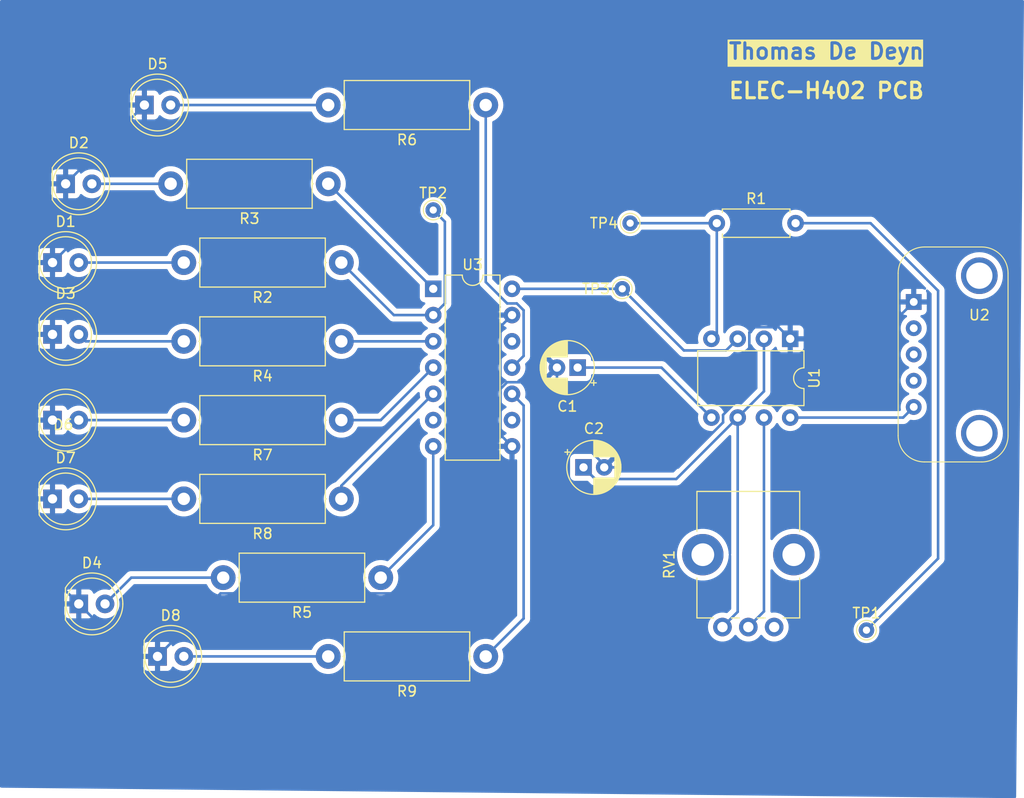
<source format=kicad_pcb>
(kicad_pcb (version 20221018) (generator pcbnew)
  (layers (0 "F.Cu" signal) (31 "B.Cu" signal) (34 "B.Paste" user) (35 "F.Paste" user) (36 "B.SilkS" user "B.Silkscreen") (37 "F.SilkS" user "F.Silkscreen") (38 "B.Mask" user) (39 "F.Mask" user) (44 "Edge.Cuts" user))
  (net 0 "")
  (net 1 "Net-(U1-CV)")
  (net 2 "GND")
  (net 3 "Net-(U1-THR)")
  (net 4 "Net-(D1-A)")
  (net 5 "Net-(D2-A)")
  (net 6 "Net-(D3-A)")
  (net 7 "Net-(D4-A)")
  (net 8 "Net-(D5-A)")
  (net 9 "Net-(D6-A)")
  (net 10 "Net-(D7-A)")
  (net 11 "Net-(D8-A)")
  (net 12 "Net-(U1-R)")
  (net 13 "Net-(R1-Pad2)")
  (net 14 "Net-(U3-0)")
  (net 15 "Net-(R3-Pad1)")
  (net 16 "Net-(U3-2)")
  (net 17 "Net-(U3-3)")
  (net 18 "Net-(U3-4)")
  (net 19 "Net-(U3-5)")
  (net 20 "Net-(U3-6)")
  (net 21 "Net-(U3-7)")
  (net 22 "Net-(U1-DIS)")
  (net 23 "Net-(U1-Q)")
  (net 24 "+5V")
  (footprint "LED_THT:LED_D5.0mm" (layer "F.Cu") (at 93.98 91.44)
    (fp_text reference "D6" (at 1.039936 0.44897) (layer "F.SilkS"))
    (fp_text value "LED")
    (pad "1" thru_hole rect (at 0 0) (size 1.8 1.8) (drill 0.9) (layers "*.Cu" "*.Mask") (net 2 "GND"))
    (pad "2" thru_hole circle (at 2.54 0) (size 1.8 1.8) (drill 0.9) (layers "*.Cu" "*.Mask") (net 9 "Net-(D6-A)"))
  )
  (footprint "Package_DIP:DIP-8_W7.62mm" (layer "F.Cu") (at 165.344 83.576 -90)
    (fp_text reference "U1" (at 3.81 -2.33 90) (layer "F.SilkS"))
    (fp_text value "NE555P")
    (pad "1" thru_hole rect (at 0 0 270) (size 1.6 1.6) (drill 0.8) (layers "*.Cu" "*.Mask") (net 2 "GND"))
    (pad "2" thru_hole oval (at 0 2.54 270) (size 1.6 1.6) (drill 0.8) (layers "*.Cu" "*.Mask") (net 3 "Net-(U1-THR)"))
    (pad "3" thru_hole oval (at 0 5.08 270) (size 1.6 1.6) (drill 0.8) (layers "*.Cu" "*.Mask") (net 23 "Net-(U1-Q)"))
    (pad "4" thru_hole oval (at 0 7.62 270) (size 1.6 1.6) (drill 0.8) (layers "*.Cu" "*.Mask") (net 12 "Net-(U1-R)"))
    (pad "5" thru_hole oval (at 7.62 7.62 270) (size 1.6 1.6) (drill 0.8) (layers "*.Cu" "*.Mask") (net 1 "Net-(U1-CV)"))
    (pad "6" thru_hole oval (at 7.62 5.08 270) (size 1.6 1.6) (drill 0.8) (layers "*.Cu" "*.Mask") (net 3 "Net-(U1-THR)"))
    (pad "7" thru_hole oval (at 7.62 2.54 270) (size 1.6 1.6) (drill 0.8) (layers "*.Cu" "*.Mask") (net 22 "Net-(U1-DIS)"))
    (pad "8" thru_hole oval (at 7.62 0 270) (size 1.6 1.6) (drill 0.8) (layers "*.Cu" "*.Mask") (net 24 "+5V"))
  )
  (footprint "Resistor_THT:R_Axial_DIN0414_L11.9mm_D4.5mm_P15.24mm_Horizontal" (layer "F.Cu") (at 120.65 68.58 180)
    (fp_text reference "R3" (at 7.62 -3.37) (layer "F.SilkS"))
    (fp_text value "100")
    (pad "1" thru_hole circle (at 0 0 180) (size 2.4 2.4) (drill 1.2) (layers "*.Cu" "*.Mask") (net 15 "Net-(R3-Pad1)"))
    (pad "2" thru_hole oval (at 15.24 0 180) (size 2.4 2.4) (drill 1.2) (layers "*.Cu" "*.Mask") (net 5 "Net-(D2-A)"))
  )
  (footprint "TestPoint:TestPoint_THTPad_D1.5mm_Drill0.7mm" (layer "F.Cu") (at 130.81 71.12)
    (fp_text reference "TP2" (at 0 -1.648) (layer "F.SilkS"))
    (fp_text value "TestPoint")
    (pad "1" thru_hole circle (at 0 0) (size 1.5 1.5) (drill 0.7) (layers "*.Cu" "*.Mask") (net 14 "Net-(U3-0)"))
  )
  (footprint "Capacitor_THT:CP_Radial_D5.0mm_P2.00mm" (layer "F.Cu") (at 145.348888 96.012)
    (fp_text reference "C2" (at 1 -3.75) (layer "F.SilkS"))
    (fp_text value "220nF")
    (pad "1" thru_hole rect (at 0 0) (size 1.6 1.6) (drill 0.8) (layers "*.Cu" "*.Mask") (net 3 "Net-(U1-THR)"))
    (pad "2" thru_hole circle (at 2 0) (size 1.6 1.6) (drill 0.8) (layers "*.Cu" "*.Mask") (net 2 "GND"))
  )
  (footprint "Resistor_THT:R_Axial_DIN0207_L6.3mm_D2.5mm_P7.62mm_Horizontal" (layer "F.Cu") (at 158.242 72.39)
    (fp_text reference "R1" (at 3.81 -2.37) (layer "F.SilkS"))
    (fp_text value "100k")
    (pad "1" thru_hole circle (at 0 0) (size 1.6 1.6) (drill 0.8) (layers "*.Cu" "*.Mask") (net 12 "Net-(U1-R)"))
    (pad "2" thru_hole oval (at 7.62 0) (size 1.6 1.6) (drill 0.8) (layers "*.Cu" "*.Mask") (net 13 "Net-(R1-Pad2)"))
  )
  (footprint "Resistor_THT:R_Axial_DIN0414_L11.9mm_D4.5mm_P15.24mm_Horizontal" (layer "F.Cu") (at 135.89 114.3 180)
    (fp_text reference "R9" (at 7.62 -3.37) (layer "F.SilkS"))
    (fp_text value "100")
    (pad "1" thru_hole circle (at 0 0 180) (size 2.4 2.4) (drill 1.2) (layers "*.Cu" "*.Mask") (net 21 "Net-(U3-7)"))
    (pad "2" thru_hole oval (at 15.24 0 180) (size 2.4 2.4) (drill 1.2) (layers "*.Cu" "*.Mask") (net 11 "Net-(D8-A)"))
  )
  (footprint "TestPoint:TestPoint_THTPad_D1.5mm_Drill0.7mm" (layer "F.Cu") (at 149.86 72.39)
    (fp_text reference "TP4" (at -2.54 0) (layer "F.SilkS"))
    (fp_text value "TestPoint")
    (pad "1" thru_hole circle (at 0 0) (size 1.5 1.5) (drill 0.7) (layers "*.Cu" "*.Mask") (net 12 "Net-(U1-R)"))
  )
  (footprint "Resistor_THT:R_Axial_DIN0414_L11.9mm_D4.5mm_P15.24mm_Horizontal" (layer "F.Cu") (at 125.73 106.68 180)
    (fp_text reference "R5" (at 7.62 -3.37) (layer "F.SilkS"))
    (fp_text value "100")
    (pad "1" thru_hole circle (at 0 0 180) (size 2.4 2.4) (drill 1.2) (layers "*.Cu" "*.Mask") (net 17 "Net-(U3-3)"))
    (pad "2" thru_hole oval (at 15.24 0 180) (size 2.4 2.4) (drill 1.2) (layers "*.Cu" "*.Mask") (net 7 "Net-(D4-A)"))
  )
  (footprint "Potentiometer_THT:Potentiometer_Bourns_PTV09A-1_Single_Vertical" (layer "F.Cu") (at 163.79 111.46 90)
    (fp_text reference "RV1" (at 6.05 -10.15 90) (layer "F.SilkS"))
    (fp_text value "100k")
    (pad "" np_thru_hole circle (at 7 -6.9 90) (size 4 4) (drill 2.2) (layers "F&B.Cu" "*.Mask"))
    (pad "" np_thru_hole circle (at 7 1.9 90) (size 4 4) (drill 2.2) (layers "F&B.Cu" "*.Mask"))
    (pad "1" thru_hole circle (at 0 0 90) (size 1.8 1.8) (drill 1) (layers "*.Cu" "*.Mask") (net 13 "Net-(R1-Pad2)"))
    (pad "2" thru_hole circle (at 0 -2.5 90) (size 1.8 1.8) (drill 1) (layers "*.Cu" "*.Mask") (net 22 "Net-(U1-DIS)"))
    (pad "3" thru_hole circle (at 0 -5 90) (size 1.8 1.8) (drill 1) (layers "*.Cu" "*.Mask") (net 3 "Net-(U1-THR)"))
  )
  (footprint "USB_breakout:micro-b_adafruit" (layer "F.Cu") (at 183.642 77.47)
    (fp_text reference "U2" (at 0 3.81 unlocked) (layer "F.SilkS"))
    (fp_text value "micro-b")
    (pad "" np_thru_hole circle (at 0 0) (size 3.54 3.54) (drill 2.54) (layers "F&B.Cu" "*.Mask"))
    (pad "" np_thru_hole circle (at 0 15.24) (size 3.54 3.54) (drill 2.54) (layers "F&B.Cu" "*.Mask"))
    (pad "1" thru_hole rect (at -6.35 2.54) (size 1.524 1.524) (drill 0.762) (layers "*.Cu" "*.Mask") (net 2 "GND"))
    (pad "2" thru_hole circle (at -6.35 5.08) (size 1.524 1.524) (drill 0.762) (layers "*.Cu" "*.Mask"))
    (pad "3" thru_hole circle (at -6.35 7.62) (size 1.524 1.524) (drill 0.762) (layers "*.Cu" "*.Mask"))
    (pad "4" thru_hole circle (at -6.35 10.16) (size 1.524 1.524) (drill 0.762) (layers "*.Cu" "*.Mask"))
    (pad "5" thru_hole circle (at -6.35 12.7) (size 1.524 1.524) (drill 0.762) (layers "*.Cu" "*.Mask") (net 24 "+5V"))
  )
  (footprint "Resistor_THT:R_Axial_DIN0414_L11.9mm_D4.5mm_P15.24mm_Horizontal" (layer "F.Cu") (at 121.92 83.82 180)
    (fp_text reference "R4" (at 7.62 -3.37) (layer "F.SilkS"))
    (fp_text value "100")
    (pad "1" thru_hole circle (at 0 0 180) (size 2.4 2.4) (drill 1.2) (layers "*.Cu" "*.Mask") (net 16 "Net-(U3-2)"))
    (pad "2" thru_hole oval (at 15.24 0 180) (size 2.4 2.4) (drill 1.2) (layers "*.Cu" "*.Mask") (net 6 "Net-(D3-A)"))
  )
  (footprint "LED_THT:LED_D5.0mm" (layer "F.Cu") (at 102.87 60.96)
    (fp_text reference "D5" (at 1.27 -3.96) (layer "F.SilkS"))
    (fp_text value "LED")
    (pad "1" thru_hole rect (at 0 0) (size 1.8 1.8) (drill 0.9) (layers "*.Cu" "*.Mask") (net 2 "GND"))
    (pad "2" thru_hole circle (at 2.54 0) (size 1.8 1.8) (drill 0.9) (layers "*.Cu" "*.Mask") (net 8 "Net-(D5-A)"))
  )
  (footprint "LED_THT:LED_D5.0mm" (layer "F.Cu") (at 93.98 99.06)
    (fp_text reference "D7" (at 1.27 -3.96) (layer "F.SilkS"))
    (fp_text value "LED")
    (pad "1" thru_hole rect (at 0 0) (size 1.8 1.8) (drill 0.9) (layers "*.Cu" "*.Mask") (net 2 "GND"))
    (pad "2" thru_hole circle (at 2.54 0) (size 1.8 1.8) (drill 0.9) (layers "*.Cu" "*.Mask") (net 10 "Net-(D7-A)"))
  )
  (footprint "TestPoint:TestPoint_THTPad_D1.5mm_Drill0.7mm" (layer "F.Cu") (at 172.72 111.76)
    (fp_text reference "TP1" (at 0 -1.648) (layer "F.SilkS"))
    (fp_text value "TestPoint")
    (pad "1" thru_hole circle (at 0 0) (size 1.5 1.5) (drill 0.7) (layers "*.Cu" "*.Mask") (net 13 "Net-(R1-Pad2)"))
  )
  (footprint "TestPoint:TestPoint_THTPad_D1.5mm_Drill0.7mm" (layer "F.Cu") (at 149.098 78.74)
    (fp_text reference "TP3" (at -2.54 0) (layer "F.SilkS"))
    (fp_text value "TestPoint")
    (pad "1" thru_hole circle (at 0 0) (size 1.5 1.5) (drill 0.7) (layers "*.Cu" "*.Mask") (net 23 "Net-(U1-Q)"))
  )
  (footprint "Resistor_THT:R_Axial_DIN0414_L11.9mm_D4.5mm_P15.24mm_Horizontal" (layer "F.Cu") (at 121.92 91.44 180)
    (fp_text reference "R7" (at 7.62 -3.37) (layer "F.SilkS"))
    (fp_text value "100")
    (pad "1" thru_hole circle (at 0 0 180) (size 2.4 2.4) (drill 1.2) (layers "*.Cu" "*.Mask") (net 19 "Net-(U3-5)"))
    (pad "2" thru_hole oval (at 15.24 0 180) (size 2.4 2.4) (drill 1.2) (layers "*.Cu" "*.Mask") (net 9 "Net-(D6-A)"))
  )
  (footprint "LED_THT:LED_D5.0mm" (layer "F.Cu") (at 95.25 68.58)
    (fp_text reference "D2" (at 1.27 -3.96) (layer "F.SilkS"))
    (fp_text value "LED")
    (pad "1" thru_hole rect (at 0 0) (size 1.8 1.8) (drill 0.9) (layers "*.Cu" "*.Mask") (net 2 "GND"))
    (pad "2" thru_hole circle (at 2.54 0) (size 1.8 1.8) (drill 0.9) (layers "*.Cu" "*.Mask") (net 5 "Net-(D2-A)"))
  )
  (footprint "LED_THT:LED_D5.0mm" (layer "F.Cu") (at 93.98 76.2)
    (fp_text reference "D1" (at 1.27 -3.96) (layer "F.SilkS"))
    (fp_text value "LED")
    (pad "1" thru_hole rect (at 0 0) (size 1.8 1.8) (drill 0.9) (layers "*.Cu" "*.Mask") (net 2 "GND"))
    (pad "2" thru_hole circle (at 2.54 0) (size 1.8 1.8) (drill 0.9) (layers "*.Cu" "*.Mask") (net 4 "Net-(D1-A)"))
  )
  (footprint "Resistor_THT:R_Axial_DIN0414_L11.9mm_D4.5mm_P15.24mm_Horizontal" (layer "F.Cu") (at 135.89 60.96 180)
    (fp_text reference "R6" (at 7.62 -3.37) (layer "F.SilkS"))
    (fp_text value "100")
    (pad "1" thru_hole circle (at 0 0 180) (size 2.4 2.4) (drill 1.2) (layers "*.Cu" "*.Mask") (net 18 "Net-(U3-4)"))
    (pad "2" thru_hole oval (at 15.24 0 180) (size 2.4 2.4) (drill 1.2) (layers "*.Cu" "*.Mask") (net 8 "Net-(D5-A)"))
  )
  (footprint "Resistor_THT:R_Axial_DIN0414_L11.9mm_D4.5mm_P15.24mm_Horizontal" (layer "F.Cu") (at 121.92 76.2 180)
    (fp_text reference "R2" (at 7.62 -3.37) (layer "F.SilkS"))
    (fp_text value "100")
    (pad "1" thru_hole circle (at 0 0 180) (size 2.4 2.4) (drill 1.2) (layers "*.Cu" "*.Mask") (net 14 "Net-(U3-0)"))
    (pad "2" thru_hole oval (at 15.24 0 180) (size 2.4 2.4) (drill 1.2) (layers "*.Cu" "*.Mask") (net 4 "Net-(D1-A)"))
  )
  (footprint "Package_DIP:DIP-14_W7.62mm" (layer "F.Cu") (at 130.81 78.74)
    (fp_text reference "U3" (at 3.81 -2.33) (layer "F.SilkS"))
    (fp_text value "CD4022BE")
    (pad "1" thru_hole rect (at 0 0) (size 1.6 1.6) (drill 0.8) (layers "*.Cu" "*.Mask") (net 15 "Net-(R3-Pad1)"))
    (pad "2" thru_hole oval (at 0 2.54) (size 1.6 1.6) (drill 0.8) (layers "*.Cu" "*.Mask") (net 14 "Net-(U3-0)"))
    (pad "3" thru_hole oval (at 0 5.08) (size 1.6 1.6) (drill 0.8) (layers "*.Cu" "*.Mask") (net 16 "Net-(U3-2)"))
    (pad "4" thru_hole oval (at 0 7.62) (size 1.6 1.6) (drill 0.8) (layers "*.Cu" "*.Mask") (net 19 "Net-(U3-5)"))
    (pad "5" thru_hole oval (at 0 10.16) (size 1.6 1.6) (drill 0.8) (layers "*.Cu" "*.Mask") (net 20 "Net-(U3-6)"))
    (pad "6" thru_hole oval (at 0 12.7) (size 1.6 1.6) (drill 0.8) (layers "*.Cu" "*.Mask"))
    (pad "7" thru_hole oval (at 0 15.24) (size 1.6 1.6) (drill 0.8) (layers "*.Cu" "*.Mask") (net 17 "Net-(U3-3)"))
    (pad "8" thru_hole oval (at 7.62 15.24) (size 1.6 1.6) (drill 0.8) (layers "*.Cu" "*.Mask") (net 2 "GND"))
    (pad "9" thru_hole oval (at 7.62 12.7) (size 1.6 1.6) (drill 0.8) (layers "*.Cu" "*.Mask"))
    (pad "10" thru_hole oval (at 7.62 10.16) (size 1.6 1.6) (drill 0.8) (layers "*.Cu" "*.Mask") (net 21 "Net-(U3-7)"))
    (pad "11" thru_hole oval (at 7.62 7.62) (size 1.6 1.6) (drill 0.8) (layers "*.Cu" "*.Mask") (net 18 "Net-(U3-4)"))
    (pad "12" thru_hole oval (at 7.62 5.08) (size 1.6 1.6) (drill 0.8) (layers "*.Cu" "*.Mask"))
    (pad "13" thru_hole oval (at 7.62 2.54) (size 1.6 1.6) (drill 0.8) (layers "*.Cu" "*.Mask") (net 2 "GND"))
    (pad "14" thru_hole oval (at 7.62 0) (size 1.6 1.6) (drill 0.8) (layers "*.Cu" "*.Mask") (net 23 "Net-(U1-Q)"))
  )
  (footprint "Resistor_THT:R_Axial_DIN0414_L11.9mm_D4.5mm_P15.24mm_Horizontal" (layer "F.Cu") (at 121.92 99.06 180)
    (fp_text reference "R8" (at 7.62 -3.37) (layer "F.SilkS"))
    (fp_text value "100")
    (pad "1" thru_hole circle (at 0 0 180) (size 2.4 2.4) (drill 1.2) (layers "*.Cu" "*.Mask") (net 20 "Net-(U3-6)"))
    (pad "2" thru_hole oval (at 15.24 0 180) (size 2.4 2.4) (drill 1.2) (layers "*.Cu" "*.Mask") (net 10 "Net-(D7-A)"))
  )
  (footprint "LED_THT:LED_D5.0mm" (layer "F.Cu") (at 104.14 114.3)
    (fp_text reference "D8" (at 1.27 -3.96) (layer "F.SilkS"))
    (fp_text value "LED")
    (pad "1" thru_hole rect (at 0 0) (size 1.8 1.8) (drill 0.9) (layers "*.Cu" "*.Mask") (net 2 "GND"))
    (pad "2" thru_hole circle (at 2.54 0) (size 1.8 1.8) (drill 0.9) (layers "*.Cu" "*.Mask") (net 11 "Net-(D8-A)"))
  )
  (footprint "LED_THT:LED_D5.0mm" (layer "F.Cu") (at 96.52 109.22)
    (fp_text reference "D4" (at 1.27 -3.96) (layer "F.SilkS"))
    (fp_text value "LED")
    (pad "1" thru_hole rect (at 0 0) (size 1.8 1.8) (drill 0.9) (layers "*.Cu" "*.Mask") (net 2 "GND"))
    (pad "2" thru_hole circle (at 2.54 0) (size 1.8 1.8) (drill 0.9) (layers "*.Cu" "*.Mask") (net 7 "Net-(D4-A)"))
  )
  (footprint "LED_THT:LED_D5.0mm" (layer "F.Cu") (at 93.98 83.14897)
    (fp_text reference "D3" (at 1.27 -3.96) (layer "F.SilkS"))
    (fp_text value "LED")
    (pad "1" thru_hole rect (at 0 0) (size 1.8 1.8) (drill 0.9) (layers "*.Cu" "*.Mask") (net 2 "GND"))
    (pad "2" thru_hole circle (at 2.54 0) (size 1.8 1.8) (drill 0.9) (layers "*.Cu" "*.Mask") (net 6 "Net-(D3-A)"))
  )
  (footprint "Capacitor_THT:CP_Radial_D5.0mm_P2.00mm" (layer "F.Cu") (at 144.78 86.36 180)
    (fp_text reference "C1" (at 1 -3.75) (layer "F.SilkS"))
    (fp_text value "1uF")
    (pad "1" thru_hole rect (at 0 0 180) (size 1.6 1.6) (drill 0.8) (layers "*.Cu" "*.Mask") (net 1 "Net-(U1-CV)"))
    (pad "2" thru_hole circle (at 2 0 180) (size 1.6 1.6) (drill 0.8) (layers "*.Cu" "*.Mask") (net 2 "GND"))
  )
  (gr_text "ELEC-H402 PCB" (at 159.258 60.452) (layer "F.SilkS") (effects (font (size 1.5 1.5) (thickness 0.3) bold) (justify left bottom)))
  (gr_text "Thomas De Deyn " (at 159.258 56.642) (layer "F.SilkS" knockout) (effects (font (size 1.5 1.5) (thickness 0.3) bold) (justify left bottom)))
  (segment (start 144.78 86.36) (end 152.888 86.36) (width 0.25) (layer "B.Cu") (net 1))
  (segment (start 152.888 86.36) (end 157.724 91.196) (width 0.25) (layer "B.Cu") (net 1))
  (segment (start 93.98 83.14897) (end 93.98 76.2) (width 0.25) (layer "B.Cu") (net 2))
  (segment (start 158.849 91.661991) (end 154.498991 96.012) (width 0.25) (layer "B.Cu") (net 2))
  (segment (start 141.365 87.775) (end 137.964009 87.775) (width 0.25) (layer "B.Cu") (net 2))
  (segment (start 138.43 93.98) (end 137.305 92.855) (width 0.25) (layer "B.Cu") (net 2))
  (segment (start 138.43 97.79) (end 138.43 93.98) (width 0.25) (layer "B.Cu") (net 2))
  (segment (start 164.219 82.451) (end 161.897 82.451) (width 0.25) (layer "B.Cu") (net 2))
  (segment (start 147.348888 96.012) (end 147.348888 95.762) (width 0.25) (layer "B.Cu") (net 2))
  (segment (start 93.98 106.68) (end 96.52 109.22) (width 0.25) (layer "B.Cu") (net 2))
  (segment (start 161.389 82.959) (end 161.389 88.392) (width 0.25) (layer "B.Cu") (net 2))
  (segment (start 165.344 83.576) (end 173.726 83.576) (width 0.25) (layer "B.Cu") (net 2))
  (segment (start 154.498991 96.012) (end 147.348888 96.012) (width 0.25) (layer "B.Cu") (net 2))
  (segment (start 147.348888 95.762) (end 142.78 91.193112) (width 0.25) (layer "B.Cu") (net 2))
  (segment (start 137.964009 87.775) (end 137.305 88.434009) (width 0.25) (layer "B.Cu") (net 2))
  (segment (start 142.78 86.36) (end 141.365 87.775) (width 0.25) (layer "B.Cu") (net 2))
  (segment (start 173.726 83.576) (end 177.292 80.01) (width 0.25) (layer "B.Cu") (net 2))
  (segment (start 93.98 99.06) (end 93.98 91.44) (width 0.25) (layer "B.Cu") (net 2))
  (segment (start 101.6 114.3) (end 96.52 109.22) (width 0.25) (layer "B.Cu") (net 2))
  (segment (start 137.305 88.434009) (end 137.305 88.9) (width 0.25) (layer "B.Cu") (net 2))
  (segment (start 95.25 74.93) (end 93.98 76.2) (width 0.25) (layer "B.Cu") (net 2))
  (segment (start 137.305 82.405) (end 138.43 81.28) (width 0.25) (layer "B.Cu") (net 2))
  (segment (start 161.389 88.392) (end 158.849 90.932) (width 0.25) (layer "B.Cu") (net 2))
  (segment (start 137.305 92.855) (end 137.305 82.405) (width 0.25) (layer "B.Cu") (net 2))
  (segment (start 102.87 60.96) (end 95.25 68.58) (width 0.25) (layer "B.Cu") (net 2))
  (segment (start 137.305 92.855) (end 137.305 88.713604) (width 0.25) (layer "B.Cu") (net 2))
  (segment (start 93.98 83.14897) (end 93.98 83.82) (width 0.25) (layer "B.Cu") (net 2))
  (segment (start 158.849 90.932) (end 158.849 91.661991) (width 0.25) (layer "B.Cu") (net 2))
  (segment (start 161.897 82.451) (end 161.389 82.959) (width 0.25) (layer "B.Cu") (net 2))
  (segment (start 104.14 114.3) (end 101.6 114.3) (width 0.25) (layer "B.Cu") (net 2))
  (segment (start 95.25 68.58) (end 95.25 74.93) (width 0.25) (layer "B.Cu") (net 2))
  (segment (start 93.98 99.06) (end 93.98 106.68) (width 0.25) (layer "B.Cu") (net 2))
  (segment (start 93.98 91.44) (end 93.98 83.14897) (width 0.25) (layer "B.Cu") (net 2))
  (segment (start 104.14 114.3) (end 110.235 108.205) (width 0.25) (layer "B.Cu") (net 2))
  (segment (start 128.015 108.205) (end 138.43 97.79) (width 0.25) (layer "B.Cu") (net 2))
  (segment (start 142.78 91.193112) (end 142.78 86.36) (width 0.25) (layer "B.Cu") (net 2))
  (segment (start 110.235 108.205) (end 128.015 108.205) (width 0.25) (layer "B.Cu") (net 2))
  (segment (start 165.344 83.576) (end 164.219 82.451) (width 0.25) (layer "B.Cu") (net 2))
  (segment (start 160.264 91.196) (end 160.264 109.986) (width 0.25) (layer "B.Cu") (net 3))
  (segment (start 162.804 83.576) (end 162.804 88.656) (width 0.25) (layer "B.Cu") (net 3))
  (segment (start 146.473888 97.137) (end 145.348888 96.012) (width 0.25) (layer "B.Cu") (net 3))
  (segment (start 160.264 91.196) (end 154.323 97.137) (width 0.25) (layer "B.Cu") (net 3))
  (segment (start 160.264 109.986) (end 158.79 111.46) (width 0.25) (layer "B.Cu") (net 3))
  (segment (start 162.804 88.656) (end 160.264 91.196) (width 0.25) (layer "B.Cu") (net 3))
  (segment (start 154.323 97.137) (end 146.473888 97.137) (width 0.25) (layer "B.Cu") (net 3))
  (segment (start 106.68 76.2) (end 96.52 76.2) (width 0.25) (layer "B.Cu") (net 4))
  (segment (start 105.41 68.58) (end 97.79 68.58) (width 0.25) (layer "B.Cu") (net 5))
  (segment (start 97.19103 83.82) (end 96.52 83.14897) (width 0.25) (layer "B.Cu") (net 6))
  (segment (start 106.68 83.82) (end 97.19103 83.82) (width 0.25) (layer "B.Cu") (net 6))
  (segment (start 110.49 106.68) (end 101.6 106.68) (width 0.25) (layer "B.Cu") (net 7))
  (segment (start 101.6 106.68) (end 99.06 109.22) (width 0.25) (layer "B.Cu") (net 7))
  (segment (start 105.41 60.96) (end 120.65 60.96) (width 0.25) (layer "B.Cu") (net 8))
  (segment (start 106.68 91.44) (end 96.52 91.44) (width 0.25) (layer "B.Cu") (net 9))
  (segment (start 106.68 99.06) (end 96.52 99.06) (width 0.25) (layer "B.Cu") (net 10))
  (segment (start 106.68 114.3) (end 120.65 114.3) (width 0.25) (layer "B.Cu") (net 11))
  (segment (start 158.242 72.39) (end 149.86 72.39) (width 0.25) (layer "B.Cu") (net 12))
  (segment (start 158.242 72.39) (end 158.242 83.058) (width 0.25) (layer "B.Cu") (net 12))
  (segment (start 158.242 83.058) (end 157.724 83.576) (width 0.25) (layer "B.Cu") (net 12))
  (segment (start 179.649 104.831) (end 179.649 78.923) (width 0.25) (layer "B.Cu") (net 13))
  (segment (start 179.649 78.923) (end 173.116 72.39) (width 0.25) (layer "B.Cu") (net 13))
  (segment (start 172.72 111.76) (end 179.649 104.831) (width 0.25) (layer "B.Cu") (net 13))
  (segment (start 173.116 72.39) (end 165.862 72.39) (width 0.25) (layer "B.Cu") (net 13))
  (segment (start 131.935 72.245) (end 130.81 71.12) (width 0.25) (layer "B.Cu") (net 14))
  (segment (start 121.92 76.2) (end 127 81.28) (width 0.25) (layer "B.Cu") (net 14))
  (segment (start 127 81.28) (end 130.81 81.28) (width 0.25) (layer "B.Cu") (net 14))
  (segment (start 131.935 80.155) (end 131.935 72.245) (width 0.25) (layer "B.Cu") (net 14))
  (segment (start 130.81 81.28) (end 131.935 80.155) (width 0.25) (layer "B.Cu") (net 14))
  (segment (start 120.65 68.58) (end 130.81 78.74) (width 0.25) (layer "B.Cu") (net 15))
  (segment (start 130.81 83.82) (end 121.92 83.82) (width 0.25) (layer "B.Cu") (net 16))
  (segment (start 130.81 101.6) (end 125.73 106.68) (width 0.25) (layer "B.Cu") (net 17))
  (segment (start 130.81 93.98) (end 130.81 101.6) (width 0.25) (layer "B.Cu") (net 17))
  (segment (start 135.89 78.080991) (end 137.964009 80.155) (width 0.25) (layer "B.Cu") (net 18))
  (segment (start 139.555 80.814009) (end 139.555 85.235) (width 0.25) (layer "B.Cu") (net 18))
  (segment (start 138.895991 80.155) (end 139.555 80.814009) (width 0.25) (layer "B.Cu") (net 18))
  (segment (start 139.555 85.235) (end 138.43 86.36) (width 0.25) (layer "B.Cu") (net 18))
  (segment (start 137.964009 80.155) (end 138.895991 80.155) (width 0.25) (layer "B.Cu") (net 18))
  (segment (start 135.89 60.96) (end 135.89 78.080991) (width 0.25) (layer "B.Cu") (net 18))
  (segment (start 121.92 91.44) (end 125.73 91.44) (width 0.25) (layer "B.Cu") (net 19))
  (segment (start 125.73 91.44) (end 130.81 86.36) (width 0.25) (layer "B.Cu") (net 19))
  (segment (start 130.81 88.9) (end 121.92 97.79) (width 0.25) (layer "B.Cu") (net 20))
  (segment (start 121.92 97.79) (end 121.92 99.06) (width 0.25) (layer "B.Cu") (net 20))
  (segment (start 139.555 90.025) (end 139.555 110.635) (width 0.25) (layer "B.Cu") (net 21))
  (segment (start 138.43 88.9) (end 139.555 90.025) (width 0.25) (layer "B.Cu") (net 21))
  (segment (start 139.555 110.635) (end 135.89 114.3) (width 0.25) (layer "B.Cu") (net 21))
  (segment (start 162.804 109.946) (end 161.29 111.46) (width 0.25) (layer "B.Cu") (net 22))
  (segment (start 162.804 91.196) (end 162.804 109.946) (width 0.25) (layer "B.Cu") (net 22))
  (segment (start 159.139 84.701) (end 160.264 83.576) (width 0.25) (layer "B.Cu") (net 23))
  (segment (start 138.43 78.74) (end 149.098 78.74) (width 0.25) (layer "B.Cu") (net 23))
  (segment (start 149.098 78.74) (end 155.059 84.701) (width 0.25) (layer "B.Cu") (net 23))
  (segment (start 155.059 84.701) (end 159.139 84.701) (width 0.25) (layer "B.Cu") (net 23))
  (segment (start 165.344 91.196) (end 176.266 91.196) (width 0.25) (layer "B.Cu") (net 24))
  (segment (start 176.266 91.196) (end 177.292 90.17) (width 0.25) (layer "B.Cu") (net 24))
  (zone (net 2) (net_name "GND") (layer "B.Cu") (connect_pads (clearance 0.5)) (min_thickness 0.25) (fill yes (thermal_gap 0.5) (thermal_bridge_width 0.5))
    (polygon (pts (xy 187.96 50.8) (xy 88.9 50.8) (xy 88.9 127) (xy 187.198 128.016)))
  )
)
</source>
